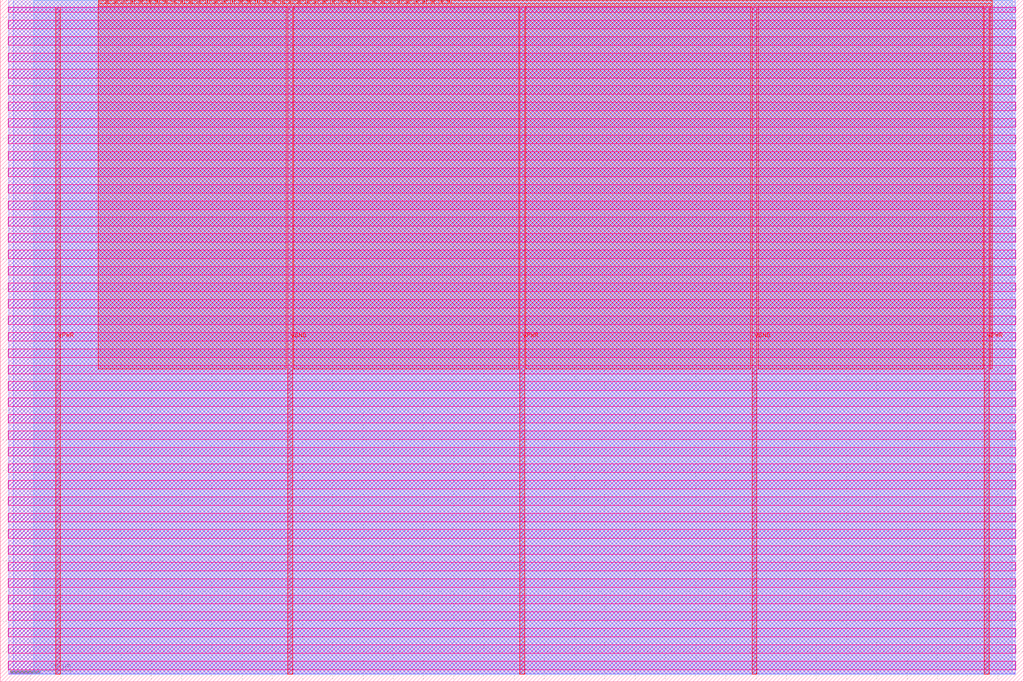
<source format=lef>
VERSION 5.7 ;
  NOWIREEXTENSIONATPIN ON ;
  DIVIDERCHAR "/" ;
  BUSBITCHARS "[]" ;
MACRO tt_um_dinogame
  CLASS BLOCK ;
  FOREIGN tt_um_dinogame ;
  ORIGIN 0.000 0.000 ;
  SIZE 338.560 BY 225.760 ;
  PIN VGND
    DIRECTION INOUT ;
    USE GROUND ;
    PORT
      LAYER met4 ;
        RECT 95.080 2.480 96.680 223.280 ;
    END
    PORT
      LAYER met4 ;
        RECT 248.680 2.480 250.280 223.280 ;
    END
  END VGND
  PIN VPWR
    DIRECTION INOUT ;
    USE POWER ;
    PORT
      LAYER met4 ;
        RECT 18.280 2.480 19.880 223.280 ;
    END
    PORT
      LAYER met4 ;
        RECT 171.880 2.480 173.480 223.280 ;
    END
    PORT
      LAYER met4 ;
        RECT 325.480 2.480 327.080 223.280 ;
    END
  END VPWR
  PIN clk
    DIRECTION INPUT ;
    USE SIGNAL ;
    ANTENNAGATEAREA 0.852000 ;
    PORT
      LAYER met4 ;
        RECT 145.670 224.760 145.970 225.760 ;
    END
  END clk
  PIN ena
    DIRECTION INPUT ;
    USE SIGNAL ;
    PORT
      LAYER met4 ;
        RECT 148.430 224.760 148.730 225.760 ;
    END
  END ena
  PIN rst_n
    DIRECTION INPUT ;
    USE SIGNAL ;
    ANTENNAGATEAREA 0.247500 ;
    PORT
      LAYER met4 ;
        RECT 142.910 224.760 143.210 225.760 ;
    END
  END rst_n
  PIN ui_in[0]
    DIRECTION INPUT ;
    USE SIGNAL ;
    ANTENNAGATEAREA 0.247500 ;
    PORT
      LAYER met4 ;
        RECT 140.150 224.760 140.450 225.760 ;
    END
  END ui_in[0]
  PIN ui_in[1]
    DIRECTION INPUT ;
    USE SIGNAL ;
    ANTENNAGATEAREA 0.196500 ;
    PORT
      LAYER met4 ;
        RECT 137.390 224.760 137.690 225.760 ;
    END
  END ui_in[1]
  PIN ui_in[2]
    DIRECTION INPUT ;
    USE SIGNAL ;
    ANTENNAGATEAREA 0.196500 ;
    PORT
      LAYER met4 ;
        RECT 134.630 224.760 134.930 225.760 ;
    END
  END ui_in[2]
  PIN ui_in[3]
    DIRECTION INPUT ;
    USE SIGNAL ;
    ANTENNAGATEAREA 0.213000 ;
    PORT
      LAYER met4 ;
        RECT 131.870 224.760 132.170 225.760 ;
    END
  END ui_in[3]
  PIN ui_in[4]
    DIRECTION INPUT ;
    USE SIGNAL ;
    PORT
      LAYER met4 ;
        RECT 129.110 224.760 129.410 225.760 ;
    END
  END ui_in[4]
  PIN ui_in[5]
    DIRECTION INPUT ;
    USE SIGNAL ;
    PORT
      LAYER met4 ;
        RECT 126.350 224.760 126.650 225.760 ;
    END
  END ui_in[5]
  PIN ui_in[6]
    DIRECTION INPUT ;
    USE SIGNAL ;
    PORT
      LAYER met4 ;
        RECT 123.590 224.760 123.890 225.760 ;
    END
  END ui_in[6]
  PIN ui_in[7]
    DIRECTION INPUT ;
    USE SIGNAL ;
    PORT
      LAYER met4 ;
        RECT 120.830 224.760 121.130 225.760 ;
    END
  END ui_in[7]
  PIN uio_in[0]
    DIRECTION INPUT ;
    USE SIGNAL ;
    ANTENNAGATEAREA 0.196500 ;
    PORT
      LAYER met4 ;
        RECT 118.070 224.760 118.370 225.760 ;
    END
  END uio_in[0]
  PIN uio_in[1]
    DIRECTION INPUT ;
    USE SIGNAL ;
    ANTENNAGATEAREA 0.196500 ;
    PORT
      LAYER met4 ;
        RECT 115.310 224.760 115.610 225.760 ;
    END
  END uio_in[1]
  PIN uio_in[2]
    DIRECTION INPUT ;
    USE SIGNAL ;
    ANTENNAGATEAREA 0.196500 ;
    PORT
      LAYER met4 ;
        RECT 112.550 224.760 112.850 225.760 ;
    END
  END uio_in[2]
  PIN uio_in[3]
    DIRECTION INPUT ;
    USE SIGNAL ;
    ANTENNAGATEAREA 0.196500 ;
    PORT
      LAYER met4 ;
        RECT 109.790 224.760 110.090 225.760 ;
    END
  END uio_in[3]
  PIN uio_in[4]
    DIRECTION INPUT ;
    USE SIGNAL ;
    ANTENNAGATEAREA 0.196500 ;
    PORT
      LAYER met4 ;
        RECT 107.030 224.760 107.330 225.760 ;
    END
  END uio_in[4]
  PIN uio_in[5]
    DIRECTION INPUT ;
    USE SIGNAL ;
    ANTENNAGATEAREA 0.196500 ;
    PORT
      LAYER met4 ;
        RECT 104.270 224.760 104.570 225.760 ;
    END
  END uio_in[5]
  PIN uio_in[6]
    DIRECTION INPUT ;
    USE SIGNAL ;
    ANTENNAGATEAREA 0.196500 ;
    PORT
      LAYER met4 ;
        RECT 101.510 224.760 101.810 225.760 ;
    END
  END uio_in[6]
  PIN uio_in[7]
    DIRECTION INPUT ;
    USE SIGNAL ;
    ANTENNAGATEAREA 0.196500 ;
    PORT
      LAYER met4 ;
        RECT 98.750 224.760 99.050 225.760 ;
    END
  END uio_in[7]
  PIN uio_oe[0]
    DIRECTION OUTPUT TRISTATE ;
    USE SIGNAL ;
    PORT
      LAYER met4 ;
        RECT 51.830 224.760 52.130 225.760 ;
    END
  END uio_oe[0]
  PIN uio_oe[1]
    DIRECTION OUTPUT TRISTATE ;
    USE SIGNAL ;
    PORT
      LAYER met4 ;
        RECT 49.070 224.760 49.370 225.760 ;
    END
  END uio_oe[1]
  PIN uio_oe[2]
    DIRECTION OUTPUT TRISTATE ;
    USE SIGNAL ;
    PORT
      LAYER met4 ;
        RECT 46.310 224.760 46.610 225.760 ;
    END
  END uio_oe[2]
  PIN uio_oe[3]
    DIRECTION OUTPUT TRISTATE ;
    USE SIGNAL ;
    PORT
      LAYER met4 ;
        RECT 43.550 224.760 43.850 225.760 ;
    END
  END uio_oe[3]
  PIN uio_oe[4]
    DIRECTION OUTPUT TRISTATE ;
    USE SIGNAL ;
    PORT
      LAYER met4 ;
        RECT 40.790 224.760 41.090 225.760 ;
    END
  END uio_oe[4]
  PIN uio_oe[5]
    DIRECTION OUTPUT TRISTATE ;
    USE SIGNAL ;
    PORT
      LAYER met4 ;
        RECT 38.030 224.760 38.330 225.760 ;
    END
  END uio_oe[5]
  PIN uio_oe[6]
    DIRECTION OUTPUT TRISTATE ;
    USE SIGNAL ;
    PORT
      LAYER met4 ;
        RECT 35.270 224.760 35.570 225.760 ;
    END
  END uio_oe[6]
  PIN uio_oe[7]
    DIRECTION OUTPUT TRISTATE ;
    USE SIGNAL ;
    PORT
      LAYER met4 ;
        RECT 32.510 224.760 32.810 225.760 ;
    END
  END uio_oe[7]
  PIN uio_out[0]
    DIRECTION OUTPUT TRISTATE ;
    USE SIGNAL ;
    PORT
      LAYER met4 ;
        RECT 73.910 224.760 74.210 225.760 ;
    END
  END uio_out[0]
  PIN uio_out[1]
    DIRECTION OUTPUT TRISTATE ;
    USE SIGNAL ;
    PORT
      LAYER met4 ;
        RECT 71.150 224.760 71.450 225.760 ;
    END
  END uio_out[1]
  PIN uio_out[2]
    DIRECTION OUTPUT TRISTATE ;
    USE SIGNAL ;
    PORT
      LAYER met4 ;
        RECT 68.390 224.760 68.690 225.760 ;
    END
  END uio_out[2]
  PIN uio_out[3]
    DIRECTION OUTPUT TRISTATE ;
    USE SIGNAL ;
    PORT
      LAYER met4 ;
        RECT 65.630 224.760 65.930 225.760 ;
    END
  END uio_out[3]
  PIN uio_out[4]
    DIRECTION OUTPUT TRISTATE ;
    USE SIGNAL ;
    PORT
      LAYER met4 ;
        RECT 62.870 224.760 63.170 225.760 ;
    END
  END uio_out[4]
  PIN uio_out[5]
    DIRECTION OUTPUT TRISTATE ;
    USE SIGNAL ;
    PORT
      LAYER met4 ;
        RECT 60.110 224.760 60.410 225.760 ;
    END
  END uio_out[5]
  PIN uio_out[6]
    DIRECTION OUTPUT TRISTATE ;
    USE SIGNAL ;
    PORT
      LAYER met4 ;
        RECT 57.350 224.760 57.650 225.760 ;
    END
  END uio_out[6]
  PIN uio_out[7]
    DIRECTION OUTPUT TRISTATE ;
    USE SIGNAL ;
    PORT
      LAYER met4 ;
        RECT 54.590 224.760 54.890 225.760 ;
    END
  END uio_out[7]
  PIN uo_out[0]
    DIRECTION OUTPUT TRISTATE ;
    USE SIGNAL ;
    ANTENNADIFFAREA 0.795200 ;
    PORT
      LAYER met4 ;
        RECT 95.990 224.760 96.290 225.760 ;
    END
  END uo_out[0]
  PIN uo_out[1]
    DIRECTION OUTPUT TRISTATE ;
    USE SIGNAL ;
    ANTENNADIFFAREA 0.795200 ;
    PORT
      LAYER met4 ;
        RECT 93.230 224.760 93.530 225.760 ;
    END
  END uo_out[1]
  PIN uo_out[2]
    DIRECTION OUTPUT TRISTATE ;
    USE SIGNAL ;
    ANTENNADIFFAREA 0.795200 ;
    PORT
      LAYER met4 ;
        RECT 90.470 224.760 90.770 225.760 ;
    END
  END uo_out[2]
  PIN uo_out[3]
    DIRECTION OUTPUT TRISTATE ;
    USE SIGNAL ;
    ANTENNADIFFAREA 0.891000 ;
    PORT
      LAYER met4 ;
        RECT 87.710 224.760 88.010 225.760 ;
    END
  END uo_out[3]
  PIN uo_out[4]
    DIRECTION OUTPUT TRISTATE ;
    USE SIGNAL ;
    ANTENNADIFFAREA 0.795200 ;
    PORT
      LAYER met4 ;
        RECT 84.950 224.760 85.250 225.760 ;
    END
  END uo_out[4]
  PIN uo_out[5]
    DIRECTION OUTPUT TRISTATE ;
    USE SIGNAL ;
    ANTENNADIFFAREA 0.795200 ;
    PORT
      LAYER met4 ;
        RECT 82.190 224.760 82.490 225.760 ;
    END
  END uo_out[5]
  PIN uo_out[6]
    DIRECTION OUTPUT TRISTATE ;
    USE SIGNAL ;
    ANTENNADIFFAREA 0.795200 ;
    PORT
      LAYER met4 ;
        RECT 79.430 224.760 79.730 225.760 ;
    END
  END uo_out[6]
  PIN uo_out[7]
    DIRECTION OUTPUT TRISTATE ;
    USE SIGNAL ;
    ANTENNADIFFAREA 0.795200 ;
    PORT
      LAYER met4 ;
        RECT 76.670 224.760 76.970 225.760 ;
    END
  END uo_out[7]
  OBS
      LAYER nwell ;
        RECT 2.570 221.625 335.990 223.230 ;
        RECT 2.570 216.185 335.990 219.015 ;
        RECT 2.570 210.745 335.990 213.575 ;
        RECT 2.570 205.305 335.990 208.135 ;
        RECT 2.570 199.865 335.990 202.695 ;
        RECT 2.570 194.425 335.990 197.255 ;
        RECT 2.570 188.985 335.990 191.815 ;
        RECT 2.570 183.545 335.990 186.375 ;
        RECT 2.570 178.105 335.990 180.935 ;
        RECT 2.570 172.665 335.990 175.495 ;
        RECT 2.570 167.225 335.990 170.055 ;
        RECT 2.570 161.785 335.990 164.615 ;
        RECT 2.570 156.345 335.990 159.175 ;
        RECT 2.570 150.905 335.990 153.735 ;
        RECT 2.570 145.465 335.990 148.295 ;
        RECT 2.570 140.025 335.990 142.855 ;
        RECT 2.570 134.585 335.990 137.415 ;
        RECT 2.570 129.145 335.990 131.975 ;
        RECT 2.570 123.705 335.990 126.535 ;
        RECT 2.570 118.265 335.990 121.095 ;
        RECT 2.570 112.825 335.990 115.655 ;
        RECT 2.570 107.385 335.990 110.215 ;
        RECT 2.570 101.945 335.990 104.775 ;
        RECT 2.570 96.505 335.990 99.335 ;
        RECT 2.570 91.065 335.990 93.895 ;
        RECT 2.570 85.625 335.990 88.455 ;
        RECT 2.570 80.185 335.990 83.015 ;
        RECT 2.570 74.745 335.990 77.575 ;
        RECT 2.570 69.305 335.990 72.135 ;
        RECT 2.570 63.865 335.990 66.695 ;
        RECT 2.570 58.425 335.990 61.255 ;
        RECT 2.570 52.985 335.990 55.815 ;
        RECT 2.570 47.545 335.990 50.375 ;
        RECT 2.570 42.105 335.990 44.935 ;
        RECT 2.570 36.665 335.990 39.495 ;
        RECT 2.570 31.225 335.990 34.055 ;
        RECT 2.570 25.785 335.990 28.615 ;
        RECT 2.570 20.345 335.990 23.175 ;
        RECT 2.570 14.905 335.990 17.735 ;
        RECT 2.570 9.465 335.990 12.295 ;
        RECT 2.570 4.025 335.990 6.855 ;
      LAYER li1 ;
        RECT 2.760 2.635 335.800 223.125 ;
      LAYER met1 ;
        RECT 2.760 2.480 335.800 225.720 ;
      LAYER met2 ;
        RECT 4.240 2.535 335.700 225.750 ;
      LAYER met3 ;
        RECT 11.105 2.555 334.815 225.585 ;
      LAYER met4 ;
        RECT 33.210 224.360 34.870 225.585 ;
        RECT 35.970 224.360 37.630 225.585 ;
        RECT 38.730 224.360 40.390 225.585 ;
        RECT 41.490 224.360 43.150 225.585 ;
        RECT 44.250 224.360 45.910 225.585 ;
        RECT 47.010 224.360 48.670 225.585 ;
        RECT 49.770 224.360 51.430 225.585 ;
        RECT 52.530 224.360 54.190 225.585 ;
        RECT 55.290 224.360 56.950 225.585 ;
        RECT 58.050 224.360 59.710 225.585 ;
        RECT 60.810 224.360 62.470 225.585 ;
        RECT 63.570 224.360 65.230 225.585 ;
        RECT 66.330 224.360 67.990 225.585 ;
        RECT 69.090 224.360 70.750 225.585 ;
        RECT 71.850 224.360 73.510 225.585 ;
        RECT 74.610 224.360 76.270 225.585 ;
        RECT 77.370 224.360 79.030 225.585 ;
        RECT 80.130 224.360 81.790 225.585 ;
        RECT 82.890 224.360 84.550 225.585 ;
        RECT 85.650 224.360 87.310 225.585 ;
        RECT 88.410 224.360 90.070 225.585 ;
        RECT 91.170 224.360 92.830 225.585 ;
        RECT 93.930 224.360 95.590 225.585 ;
        RECT 96.690 224.360 98.350 225.585 ;
        RECT 99.450 224.360 101.110 225.585 ;
        RECT 102.210 224.360 103.870 225.585 ;
        RECT 104.970 224.360 106.630 225.585 ;
        RECT 107.730 224.360 109.390 225.585 ;
        RECT 110.490 224.360 112.150 225.585 ;
        RECT 113.250 224.360 114.910 225.585 ;
        RECT 116.010 224.360 117.670 225.585 ;
        RECT 118.770 224.360 120.430 225.585 ;
        RECT 121.530 224.360 123.190 225.585 ;
        RECT 124.290 224.360 125.950 225.585 ;
        RECT 127.050 224.360 128.710 225.585 ;
        RECT 129.810 224.360 131.470 225.585 ;
        RECT 132.570 224.360 134.230 225.585 ;
        RECT 135.330 224.360 136.990 225.585 ;
        RECT 138.090 224.360 139.750 225.585 ;
        RECT 140.850 224.360 142.510 225.585 ;
        RECT 143.610 224.360 145.270 225.585 ;
        RECT 146.370 224.360 148.030 225.585 ;
        RECT 149.130 224.360 328.145 225.585 ;
        RECT 32.495 223.680 328.145 224.360 ;
        RECT 32.495 103.535 94.680 223.680 ;
        RECT 97.080 103.535 171.480 223.680 ;
        RECT 173.880 103.535 248.280 223.680 ;
        RECT 250.680 103.535 325.080 223.680 ;
        RECT 327.480 103.535 328.145 223.680 ;
  END
END tt_um_dinogame
END LIBRARY


</source>
